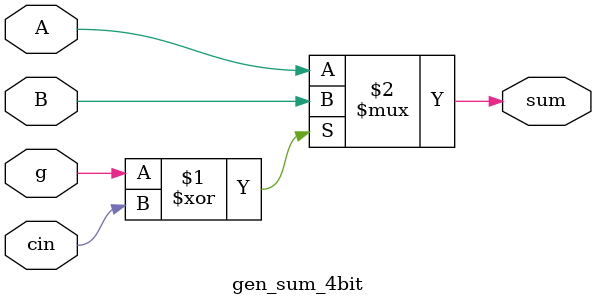
<source format=v>
module carry_skip_adder_4bit (
    input [3:0] A, // 4-bit input A
    input [3:0] B, // 4-bit input B
    input cin,     // Carry-in
    output [3:0] sum, // 4-bit sum output
    output cout // Carry-out
);

wire [3:0] sum1, sum2;
wire c1, c2, c3, c4;

// Generate the first level of carry-skip blocks
carry_skip_block_4bit block1(A, B, cin, sum1, c1);
carry_skip_block_4bit block2(A, B, c1, sum2, c2);

// Generate the second level of carry-skip blocks
carry_skip_block_4bit block3(A, B, c2, sum, c3);
carry_skip_block_4bit block4(A, B, c3, sum, c4);

assign cout = c4; // Carry-out is the final carry-out

endmodule

module carry_skip_block_4bit (
    input [3:0] A, // 4-bit input A
    input [3:0] B, // 4-bit input B
    input cin,     // Carry-in
    output [3:0] sum, // 4-bit sum output
    output cout // Carry-out
);

wire [3:0] g, p, c;

// Generate generate (g) and propagate (p) signals for each bit
gen_propagate_4bit g1(A[0], B[0], g[0], p[0]);
gen_propagate_4bit g2(A[1], B[1], g[1], p[1]);
gen_propagate_4bit g3(A[2], B[2], g[2], p[2]);
gen_propagate_4bit g4(A[3], B[3], g[3], p[3]);

// Generate carry (c) signals for each bit
gen_carry_4bit p1(p[0], cin, c[0]);
gen_carry_4bit p2(p[1], c[0], c[1]);
gen_carry_4bit p3(p[2], c[1], c[2]);
gen_carry_4bit p4(p[3], c[2], c[3]);

// Calculate the sum for each bit
gen_sum_4bit gsum1(g[0], A[0], B[0], cin, sum[0]);
gen_sum_4bit gsum2(g[1], A[1], B[1], c[0], sum[1]);
gen_sum_4bit gsum3(g[2], A[2], B[2], c[1], sum[2]);
gen_sum_4bit gsum4(g[3], A[3], B[3], c[2], sum[3]);

// Calculate the final carry-out
assign cout = c[3];

endmodule

module gen_propagate_4bit (
    input A,
    input B,
    output g,
    output p
);

assign g = A & B;
assign p = A | B;

endmodule

module gen_carry_4bit (
    input p,
    input cin,
    output c
);

assign c = p | (cin & p);

endmodule

module gen_sum_4bit (
    input g,
    input A,
    input B,
    input cin,
    output sum
);

assign sum = (g ^ cin) ? B : A;

endmodule

</source>
